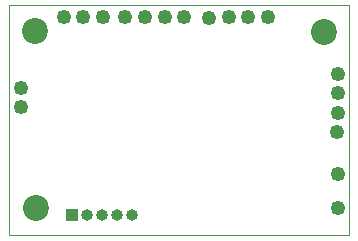
<source format=gbr>
G04 #@! TF.GenerationSoftware,KiCad,Pcbnew,5.1.9*
G04 #@! TF.CreationDate,2021-03-07T10:51:21+01:00*
G04 #@! TF.ProjectId,UniAmp,556e6941-6d70-42e6-9b69-6361645f7063,rev?*
G04 #@! TF.SameCoordinates,Original*
G04 #@! TF.FileFunction,Soldermask,Bot*
G04 #@! TF.FilePolarity,Negative*
%FSLAX46Y46*%
G04 Gerber Fmt 4.6, Leading zero omitted, Abs format (unit mm)*
G04 Created by KiCad (PCBNEW 5.1.9) date 2021-03-07 10:51:21*
%MOMM*%
%LPD*%
G01*
G04 APERTURE LIST*
G04 #@! TA.AperFunction,Profile*
%ADD10C,0.050000*%
G04 #@! TD*
%ADD11C,2.200000*%
%ADD12R,1.000000X1.000000*%
%ADD13O,1.000000X1.000000*%
%ADD14C,1.250000*%
G04 APERTURE END LIST*
D10*
X113010000Y-56530000D02*
X113010000Y-75960000D01*
X141850000Y-56530000D02*
X113010000Y-56530000D01*
X141850000Y-75960000D02*
X141850000Y-56530000D01*
X113010000Y-75960000D02*
X141850000Y-75960000D01*
X113010000Y-56530000D02*
X113010000Y-75960000D01*
X141850000Y-56530000D02*
X113010000Y-56530000D01*
X141850000Y-75960000D02*
X141850000Y-56530000D01*
X113010000Y-75960000D02*
X141850000Y-75960000D01*
D11*
X115200000Y-58730000D03*
X139680000Y-58740000D03*
X115300000Y-73660000D03*
D12*
X118360000Y-74230000D03*
D13*
X119630000Y-74230000D03*
X120900000Y-74230000D03*
X122170000Y-74230000D03*
X123440000Y-74230000D03*
D14*
X114000000Y-63500000D03*
X114000000Y-65150000D03*
X117660000Y-57490000D03*
X120960000Y-57480000D03*
X127850000Y-57540000D03*
X126190000Y-57500000D03*
X124530000Y-57480000D03*
X122870000Y-57520000D03*
X119310000Y-57490000D03*
X140870000Y-62310000D03*
X140870000Y-63970000D03*
X140850000Y-65620000D03*
X140830000Y-67270000D03*
X140840000Y-70820000D03*
X140910000Y-73700000D03*
X129970000Y-57550000D03*
X131620000Y-57530000D03*
X133270000Y-57540000D03*
X134920000Y-57540000D03*
M02*

</source>
